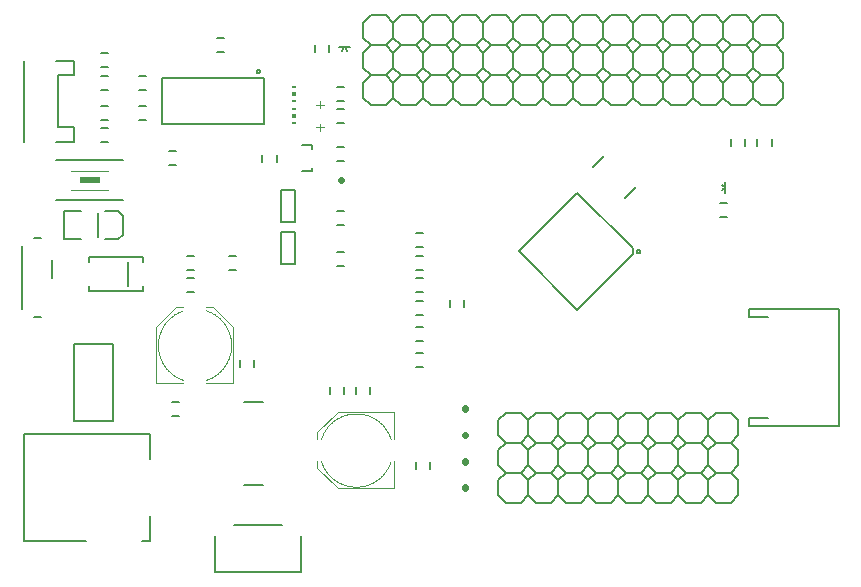
<source format=gto>
G75*
%MOIN*%
%OFA0B0*%
%FSLAX25Y25*%
%IPPOS*%
%LPD*%
%AMOC8*
5,1,8,0,0,1.08239X$1,22.5*
%
%ADD10C,0.00600*%
%ADD11C,0.02200*%
%ADD12C,0.00800*%
%ADD13C,0.00500*%
%ADD14C,0.00400*%
%ADD15C,0.00276*%
%ADD16R,0.07087X0.02362*%
%ADD17R,0.04331X0.02362*%
%ADD18C,0.00700*%
%ADD19C,0.00300*%
%ADD20R,0.01181X0.00591*%
%ADD21R,0.01181X0.01181*%
D10*
X0066319Y0060446D02*
X0068681Y0060446D01*
X0068681Y0065171D02*
X0066319Y0065171D01*
X0088888Y0076627D02*
X0088888Y0078990D01*
X0093612Y0078990D02*
X0093612Y0076627D01*
X0118888Y0070240D02*
X0118888Y0067877D01*
X0123612Y0067877D02*
X0123612Y0070240D01*
X0127638Y0070240D02*
X0127638Y0067877D01*
X0132362Y0067877D02*
X0132362Y0070240D01*
X0147569Y0076696D02*
X0149931Y0076696D01*
X0149931Y0081421D02*
X0147569Y0081421D01*
X0147569Y0085446D02*
X0149931Y0085446D01*
X0149931Y0090171D02*
X0147569Y0090171D01*
X0147569Y0094196D02*
X0149931Y0094196D01*
X0149931Y0098921D02*
X0147569Y0098921D01*
X0147569Y0101696D02*
X0149931Y0101696D01*
X0149931Y0106421D02*
X0147569Y0106421D01*
X0147569Y0109196D02*
X0149931Y0109196D01*
X0149931Y0113921D02*
X0147569Y0113921D01*
X0147569Y0116696D02*
X0149931Y0116696D01*
X0149931Y0121421D02*
X0147569Y0121421D01*
X0123681Y0124196D02*
X0121319Y0124196D01*
X0121319Y0128921D02*
X0123681Y0128921D01*
X0123681Y0115171D02*
X0121319Y0115171D01*
X0121319Y0110446D02*
X0123681Y0110446D01*
X0087431Y0109196D02*
X0085069Y0109196D01*
X0085069Y0113921D02*
X0087431Y0113921D01*
X0073681Y0113921D02*
X0071319Y0113921D01*
X0071319Y0109196D02*
X0073681Y0109196D01*
X0073681Y0106421D02*
X0071319Y0106421D01*
X0071319Y0101696D02*
X0073681Y0101696D01*
X0067431Y0144196D02*
X0065069Y0144196D01*
X0065069Y0148921D02*
X0067431Y0148921D01*
X0057431Y0159196D02*
X0055069Y0159196D01*
X0055069Y0163921D02*
X0057431Y0163921D01*
X0057431Y0169196D02*
X0055069Y0169196D01*
X0055069Y0173921D02*
X0057431Y0173921D01*
X0044931Y0173921D02*
X0042569Y0173921D01*
X0042569Y0176696D02*
X0044931Y0176696D01*
X0044931Y0181421D02*
X0042569Y0181421D01*
X0042569Y0169196D02*
X0044931Y0169196D01*
X0044931Y0163921D02*
X0042569Y0163921D01*
X0042569Y0159196D02*
X0044931Y0159196D01*
X0044931Y0156421D02*
X0042569Y0156421D01*
X0042569Y0151696D02*
X0044931Y0151696D01*
X0081319Y0181696D02*
X0083681Y0181696D01*
X0083681Y0186421D02*
X0081319Y0186421D01*
X0113888Y0183990D02*
X0113888Y0181627D01*
X0118612Y0181627D02*
X0118612Y0183990D01*
X0130000Y0181559D02*
X0130000Y0176559D01*
X0132500Y0174059D01*
X0137500Y0174059D01*
X0140000Y0176559D01*
X0140000Y0181559D01*
X0137500Y0184059D01*
X0140000Y0186559D01*
X0140000Y0191559D01*
X0137500Y0194059D01*
X0132500Y0194059D01*
X0130000Y0191559D01*
X0130000Y0186559D01*
X0132500Y0184059D01*
X0137500Y0184059D01*
X0140000Y0186559D02*
X0140000Y0191559D01*
X0142500Y0194059D01*
X0147500Y0194059D01*
X0150000Y0191559D01*
X0152500Y0194059D01*
X0157500Y0194059D01*
X0160000Y0191559D01*
X0160000Y0186559D01*
X0157500Y0184059D01*
X0160000Y0181559D01*
X0160000Y0176559D01*
X0157500Y0174059D01*
X0160000Y0171559D01*
X0160000Y0166559D01*
X0157500Y0164059D01*
X0152500Y0164059D01*
X0150000Y0166559D01*
X0150000Y0171559D01*
X0152500Y0174059D01*
X0150000Y0176559D01*
X0150000Y0181559D01*
X0152500Y0184059D01*
X0150000Y0186559D01*
X0150000Y0191559D01*
X0150000Y0186559D01*
X0147500Y0184059D01*
X0150000Y0181559D01*
X0150000Y0176559D01*
X0147500Y0174059D01*
X0150000Y0171559D01*
X0150000Y0166559D01*
X0147500Y0164059D01*
X0142500Y0164059D01*
X0140000Y0166559D01*
X0140000Y0171559D01*
X0137500Y0174059D01*
X0140000Y0176559D02*
X0140000Y0181559D01*
X0142500Y0184059D01*
X0140000Y0186559D01*
X0142500Y0184059D02*
X0147500Y0184059D01*
X0152500Y0184059D02*
X0157500Y0184059D01*
X0160000Y0186559D02*
X0160000Y0191559D01*
X0162500Y0194059D01*
X0167500Y0194059D01*
X0170000Y0191559D01*
X0170000Y0186559D01*
X0167500Y0184059D01*
X0170000Y0181559D01*
X0170000Y0176559D01*
X0167500Y0174059D01*
X0170000Y0171559D01*
X0170000Y0166559D01*
X0167500Y0164059D01*
X0162500Y0164059D01*
X0160000Y0166559D01*
X0160000Y0171559D01*
X0162500Y0174059D01*
X0160000Y0176559D01*
X0160000Y0181559D01*
X0162500Y0184059D01*
X0160000Y0186559D01*
X0162500Y0184059D02*
X0167500Y0184059D01*
X0170000Y0186559D02*
X0170000Y0191559D01*
X0172500Y0194059D01*
X0177500Y0194059D01*
X0180000Y0191559D01*
X0180000Y0186559D01*
X0177500Y0184059D01*
X0180000Y0181559D01*
X0180000Y0176559D01*
X0177500Y0174059D01*
X0180000Y0171559D01*
X0180000Y0166559D01*
X0177500Y0164059D01*
X0172500Y0164059D01*
X0170000Y0166559D01*
X0170000Y0171559D01*
X0172500Y0174059D01*
X0170000Y0176559D01*
X0170000Y0181559D01*
X0172500Y0184059D01*
X0170000Y0186559D01*
X0172500Y0184059D02*
X0177500Y0184059D01*
X0180000Y0186559D02*
X0180000Y0191559D01*
X0182500Y0194059D01*
X0187500Y0194059D01*
X0190000Y0191559D01*
X0190000Y0186559D01*
X0187500Y0184059D01*
X0190000Y0181559D01*
X0190000Y0176559D01*
X0187500Y0174059D01*
X0190000Y0171559D01*
X0190000Y0166559D01*
X0187500Y0164059D01*
X0182500Y0164059D01*
X0180000Y0166559D01*
X0180000Y0171559D01*
X0182500Y0174059D01*
X0180000Y0176559D01*
X0180000Y0181559D01*
X0182500Y0184059D01*
X0180000Y0186559D01*
X0182500Y0184059D02*
X0187500Y0184059D01*
X0190000Y0186559D02*
X0190000Y0191559D01*
X0192500Y0194059D01*
X0197500Y0194059D01*
X0200000Y0191559D01*
X0202500Y0194059D01*
X0207500Y0194059D01*
X0210000Y0191559D01*
X0210000Y0186559D01*
X0207500Y0184059D01*
X0210000Y0181559D01*
X0210000Y0176559D01*
X0207500Y0174059D01*
X0210000Y0171559D01*
X0210000Y0166559D01*
X0207500Y0164059D01*
X0202500Y0164059D01*
X0200000Y0166559D01*
X0200000Y0171559D01*
X0202500Y0174059D01*
X0200000Y0176559D01*
X0200000Y0181559D01*
X0202500Y0184059D01*
X0200000Y0186559D01*
X0200000Y0191559D01*
X0200000Y0186559D01*
X0197500Y0184059D01*
X0200000Y0181559D01*
X0200000Y0176559D01*
X0197500Y0174059D01*
X0200000Y0171559D01*
X0200000Y0166559D01*
X0197500Y0164059D01*
X0192500Y0164059D01*
X0190000Y0166559D01*
X0190000Y0171559D01*
X0192500Y0174059D01*
X0190000Y0176559D01*
X0190000Y0181559D01*
X0192500Y0184059D01*
X0190000Y0186559D01*
X0192500Y0184059D02*
X0197500Y0184059D01*
X0202500Y0184059D02*
X0207500Y0184059D01*
X0210000Y0186559D02*
X0210000Y0191559D01*
X0212500Y0194059D01*
X0217500Y0194059D01*
X0220000Y0191559D01*
X0220000Y0186559D01*
X0217500Y0184059D01*
X0220000Y0181559D01*
X0220000Y0176559D01*
X0217500Y0174059D01*
X0220000Y0171559D01*
X0220000Y0166559D01*
X0217500Y0164059D01*
X0212500Y0164059D01*
X0210000Y0166559D01*
X0210000Y0171559D01*
X0212500Y0174059D01*
X0210000Y0176559D01*
X0210000Y0181559D01*
X0212500Y0184059D01*
X0210000Y0186559D01*
X0212500Y0184059D02*
X0217500Y0184059D01*
X0220000Y0186559D02*
X0220000Y0191559D01*
X0222500Y0194059D01*
X0227500Y0194059D01*
X0230000Y0191559D01*
X0230000Y0186559D01*
X0227500Y0184059D01*
X0230000Y0181559D01*
X0230000Y0176559D01*
X0227500Y0174059D01*
X0230000Y0171559D01*
X0230000Y0166559D01*
X0227500Y0164059D01*
X0222500Y0164059D01*
X0220000Y0166559D01*
X0220000Y0171559D01*
X0222500Y0174059D01*
X0220000Y0176559D01*
X0220000Y0181559D01*
X0222500Y0184059D01*
X0220000Y0186559D01*
X0222500Y0184059D02*
X0227500Y0184059D01*
X0230000Y0186559D02*
X0230000Y0191559D01*
X0232500Y0194059D01*
X0237500Y0194059D01*
X0240000Y0191559D01*
X0240000Y0186559D01*
X0237500Y0184059D01*
X0240000Y0181559D01*
X0240000Y0176559D01*
X0237500Y0174059D01*
X0240000Y0171559D01*
X0240000Y0166559D01*
X0237500Y0164059D01*
X0232500Y0164059D01*
X0230000Y0166559D01*
X0230000Y0171559D01*
X0232500Y0174059D01*
X0230000Y0176559D01*
X0230000Y0181559D01*
X0232500Y0184059D01*
X0230000Y0186559D01*
X0232500Y0184059D02*
X0237500Y0184059D01*
X0240000Y0186559D02*
X0240000Y0191559D01*
X0242500Y0194059D01*
X0247500Y0194059D01*
X0250000Y0191559D01*
X0252500Y0194059D01*
X0257500Y0194059D01*
X0260000Y0191559D01*
X0260000Y0186559D01*
X0257500Y0184059D01*
X0260000Y0181559D01*
X0260000Y0176559D01*
X0257500Y0174059D01*
X0260000Y0171559D01*
X0260000Y0166559D01*
X0257500Y0164059D01*
X0252500Y0164059D01*
X0250000Y0166559D01*
X0250000Y0171559D01*
X0252500Y0174059D01*
X0250000Y0176559D01*
X0250000Y0181559D01*
X0252500Y0184059D01*
X0250000Y0186559D01*
X0250000Y0191559D01*
X0250000Y0186559D01*
X0247500Y0184059D01*
X0250000Y0181559D01*
X0250000Y0176559D01*
X0247500Y0174059D01*
X0250000Y0171559D01*
X0250000Y0166559D01*
X0247500Y0164059D01*
X0242500Y0164059D01*
X0240000Y0166559D01*
X0240000Y0171559D01*
X0242500Y0174059D01*
X0240000Y0176559D01*
X0240000Y0181559D01*
X0242500Y0184059D01*
X0240000Y0186559D01*
X0242500Y0184059D02*
X0247500Y0184059D01*
X0252500Y0184059D02*
X0257500Y0184059D01*
X0260000Y0186559D02*
X0260000Y0191559D01*
X0262500Y0194059D01*
X0267500Y0194059D01*
X0270000Y0191559D01*
X0270000Y0186559D01*
X0267500Y0184059D01*
X0270000Y0181559D01*
X0270000Y0176559D01*
X0267500Y0174059D01*
X0270000Y0171559D01*
X0270000Y0166559D01*
X0267500Y0164059D01*
X0262500Y0164059D01*
X0260000Y0166559D01*
X0260000Y0171559D01*
X0262500Y0174059D01*
X0260000Y0176559D01*
X0260000Y0181559D01*
X0262500Y0184059D01*
X0260000Y0186559D01*
X0262500Y0184059D02*
X0267500Y0184059D01*
X0267500Y0174059D02*
X0262500Y0174059D01*
X0257500Y0174059D02*
X0252500Y0174059D01*
X0247500Y0174059D02*
X0242500Y0174059D01*
X0237500Y0174059D02*
X0232500Y0174059D01*
X0227500Y0174059D02*
X0222500Y0174059D01*
X0217500Y0174059D02*
X0212500Y0174059D01*
X0207500Y0174059D02*
X0202500Y0174059D01*
X0197500Y0174059D02*
X0192500Y0174059D01*
X0187500Y0174059D02*
X0182500Y0174059D01*
X0177500Y0174059D02*
X0172500Y0174059D01*
X0167500Y0174059D02*
X0162500Y0174059D01*
X0157500Y0174059D02*
X0152500Y0174059D01*
X0147500Y0174059D02*
X0142500Y0174059D01*
X0140000Y0176559D01*
X0142500Y0174059D02*
X0140000Y0171559D01*
X0140000Y0166559D01*
X0137500Y0164059D01*
X0132500Y0164059D01*
X0130000Y0166559D01*
X0130000Y0171559D01*
X0132500Y0174059D01*
X0123681Y0170171D02*
X0121319Y0170171D01*
X0121319Y0165446D02*
X0123681Y0165446D01*
X0123681Y0162671D02*
X0121319Y0162671D01*
X0121319Y0157946D02*
X0123681Y0157946D01*
X0123681Y0150171D02*
X0121319Y0150171D01*
X0121319Y0145446D02*
X0123681Y0145446D01*
X0101112Y0145127D02*
X0101112Y0147490D01*
X0096388Y0147490D02*
X0096388Y0145127D01*
X0130000Y0181559D02*
X0132500Y0184059D01*
X0158888Y0098990D02*
X0158888Y0096627D01*
X0163612Y0096627D02*
X0163612Y0098990D01*
X0177500Y0061559D02*
X0175000Y0059059D01*
X0175000Y0054059D01*
X0177500Y0051559D01*
X0175000Y0049059D01*
X0175000Y0044059D01*
X0177500Y0041559D01*
X0175000Y0039059D01*
X0175000Y0034059D01*
X0177500Y0031559D01*
X0182500Y0031559D01*
X0185000Y0034059D01*
X0185000Y0039059D01*
X0187500Y0041559D01*
X0185000Y0044059D01*
X0185000Y0049059D01*
X0187500Y0051559D01*
X0185000Y0054059D01*
X0185000Y0059059D01*
X0187500Y0061559D01*
X0192500Y0061559D01*
X0195000Y0059059D01*
X0195000Y0054059D01*
X0197500Y0051559D01*
X0195000Y0049059D01*
X0195000Y0044059D01*
X0197500Y0041559D01*
X0195000Y0039059D01*
X0195000Y0034059D01*
X0197500Y0031559D01*
X0202500Y0031559D01*
X0205000Y0034059D01*
X0205000Y0039059D01*
X0207500Y0041559D01*
X0205000Y0044059D01*
X0205000Y0049059D01*
X0207500Y0051559D01*
X0205000Y0054059D01*
X0205000Y0059059D01*
X0207500Y0061559D01*
X0212500Y0061559D01*
X0215000Y0059059D01*
X0215000Y0054059D01*
X0212500Y0051559D01*
X0215000Y0049059D01*
X0215000Y0044059D01*
X0212500Y0041559D01*
X0215000Y0039059D01*
X0215000Y0034059D01*
X0212500Y0031559D01*
X0207500Y0031559D01*
X0205000Y0034059D01*
X0205000Y0039059D01*
X0202500Y0041559D01*
X0197500Y0041559D01*
X0195000Y0044059D02*
X0192500Y0041559D01*
X0195000Y0039059D01*
X0195000Y0034059D01*
X0192500Y0031559D01*
X0187500Y0031559D01*
X0185000Y0034059D01*
X0185000Y0039059D01*
X0182500Y0041559D01*
X0177500Y0041559D01*
X0182500Y0041559D02*
X0185000Y0044059D01*
X0185000Y0049059D01*
X0182500Y0051559D01*
X0177500Y0051559D01*
X0182500Y0051559D02*
X0185000Y0054059D01*
X0185000Y0059059D01*
X0182500Y0061559D01*
X0177500Y0061559D01*
X0187500Y0051559D02*
X0192500Y0051559D01*
X0195000Y0049059D01*
X0195000Y0044059D01*
X0192500Y0041559D02*
X0187500Y0041559D01*
X0192500Y0051559D02*
X0195000Y0054059D01*
X0195000Y0059059D01*
X0197500Y0061559D01*
X0202500Y0061559D01*
X0205000Y0059059D01*
X0205000Y0054059D01*
X0202500Y0051559D01*
X0205000Y0049059D01*
X0205000Y0044059D01*
X0202500Y0041559D01*
X0207500Y0041559D02*
X0212500Y0041559D01*
X0215000Y0044059D02*
X0215000Y0049059D01*
X0217500Y0051559D01*
X0215000Y0054059D01*
X0215000Y0059059D01*
X0217500Y0061559D01*
X0222500Y0061559D01*
X0225000Y0059059D01*
X0225000Y0054059D01*
X0227500Y0051559D01*
X0225000Y0049059D01*
X0225000Y0044059D01*
X0227500Y0041559D01*
X0225000Y0039059D01*
X0225000Y0034059D01*
X0227500Y0031559D01*
X0232500Y0031559D01*
X0235000Y0034059D01*
X0235000Y0039059D01*
X0232500Y0041559D01*
X0227500Y0041559D01*
X0225000Y0044059D02*
X0222500Y0041559D01*
X0225000Y0039059D01*
X0225000Y0034059D01*
X0222500Y0031559D01*
X0217500Y0031559D01*
X0215000Y0034059D01*
X0215000Y0039059D01*
X0217500Y0041559D01*
X0215000Y0044059D01*
X0217500Y0041559D02*
X0222500Y0041559D01*
X0225000Y0044059D02*
X0225000Y0049059D01*
X0222500Y0051559D01*
X0217500Y0051559D01*
X0212500Y0051559D02*
X0207500Y0051559D01*
X0202500Y0051559D02*
X0197500Y0051559D01*
X0222500Y0051559D02*
X0225000Y0054059D01*
X0225000Y0059059D01*
X0227500Y0061559D01*
X0232500Y0061559D01*
X0235000Y0059059D01*
X0235000Y0054059D01*
X0232500Y0051559D01*
X0235000Y0049059D01*
X0235000Y0044059D01*
X0232500Y0041559D01*
X0235000Y0044059D02*
X0235000Y0049059D01*
X0237500Y0051559D01*
X0235000Y0054059D01*
X0235000Y0059059D01*
X0237500Y0061559D01*
X0242500Y0061559D01*
X0245000Y0059059D01*
X0245000Y0054059D01*
X0242500Y0051559D01*
X0245000Y0049059D01*
X0245000Y0044059D01*
X0242500Y0041559D01*
X0245000Y0039059D01*
X0245000Y0034059D01*
X0242500Y0031559D01*
X0237500Y0031559D01*
X0235000Y0034059D01*
X0235000Y0039059D01*
X0237500Y0041559D01*
X0235000Y0044059D01*
X0237500Y0041559D02*
X0242500Y0041559D01*
X0245000Y0044059D02*
X0245000Y0049059D01*
X0247500Y0051559D01*
X0245000Y0054059D01*
X0245000Y0059059D01*
X0247500Y0061559D01*
X0252500Y0061559D01*
X0255000Y0059059D01*
X0255000Y0054059D01*
X0252500Y0051559D01*
X0255000Y0049059D01*
X0255000Y0044059D01*
X0252500Y0041559D01*
X0255000Y0039059D01*
X0255000Y0034059D01*
X0252500Y0031559D01*
X0247500Y0031559D01*
X0245000Y0034059D01*
X0245000Y0039059D01*
X0247500Y0041559D01*
X0245000Y0044059D01*
X0247500Y0041559D02*
X0252500Y0041559D01*
X0252500Y0051559D02*
X0247500Y0051559D01*
X0242500Y0051559D02*
X0237500Y0051559D01*
X0232500Y0051559D02*
X0227500Y0051559D01*
X0152362Y0045240D02*
X0152362Y0042877D01*
X0147638Y0042877D02*
X0147638Y0045240D01*
X0248819Y0126696D02*
X0251181Y0126696D01*
X0251181Y0131421D02*
X0248819Y0131421D01*
X0252638Y0150377D02*
X0252638Y0152740D01*
X0257362Y0152740D02*
X0257362Y0150377D01*
X0261388Y0150377D02*
X0261388Y0152740D01*
X0266112Y0152740D02*
X0266112Y0150377D01*
D11*
X0163750Y0062929D02*
X0163750Y0062688D01*
X0163750Y0054179D02*
X0163750Y0053938D01*
X0163750Y0045429D02*
X0163750Y0045188D01*
X0163750Y0036679D02*
X0163750Y0036438D01*
X0122500Y0138938D02*
X0122500Y0139179D01*
D12*
X0016811Y0054275D02*
X0016811Y0018842D01*
X0037677Y0018842D01*
X0056181Y0018842D02*
X0058937Y0018842D01*
X0058937Y0027110D01*
X0080566Y0020298D02*
X0080566Y0008487D01*
X0109306Y0008487D01*
X0109306Y0020298D01*
X0102810Y0024235D02*
X0087062Y0024235D01*
X0058937Y0046007D02*
X0058937Y0054275D01*
X0016811Y0054275D01*
X0033500Y0058659D02*
X0033500Y0084459D01*
X0046500Y0084459D01*
X0046500Y0058659D01*
X0033500Y0058659D01*
X0022431Y0093370D02*
X0020069Y0093370D01*
X0016132Y0095929D02*
X0016132Y0117188D01*
X0020069Y0119748D02*
X0022431Y0119748D01*
X0030157Y0119334D02*
X0030157Y0128783D01*
X0036063Y0128783D01*
X0043937Y0128783D02*
X0048268Y0128783D01*
X0049843Y0127208D01*
X0049843Y0120909D01*
X0048268Y0119334D01*
X0043937Y0119334D01*
X0036063Y0119334D02*
X0030157Y0119334D01*
X0026368Y0112464D02*
X0026368Y0106559D01*
X0038445Y0103872D02*
X0038445Y0102100D01*
X0056555Y0102100D01*
X0056555Y0103872D01*
X0051437Y0103872D02*
X0051437Y0111746D01*
X0056555Y0111746D02*
X0056555Y0113517D01*
X0038445Y0113517D01*
X0038445Y0111746D01*
X0033720Y0151923D02*
X0027421Y0151923D01*
X0028209Y0156647D02*
X0033720Y0156647D01*
X0033720Y0151923D01*
X0028209Y0156647D02*
X0028209Y0173970D01*
X0033720Y0173970D01*
X0033720Y0178694D01*
X0027421Y0178694D01*
X0016791Y0178694D02*
X0016791Y0151923D01*
X0062950Y0157609D02*
X0097050Y0157609D01*
X0097050Y0173009D01*
X0062950Y0173009D01*
X0062950Y0157609D01*
X0094490Y0175309D02*
X0094492Y0175354D01*
X0094498Y0175399D01*
X0094508Y0175443D01*
X0094522Y0175486D01*
X0094539Y0175527D01*
X0094560Y0175567D01*
X0094585Y0175605D01*
X0094613Y0175641D01*
X0094643Y0175674D01*
X0094677Y0175704D01*
X0094713Y0175731D01*
X0094752Y0175754D01*
X0094792Y0175775D01*
X0094834Y0175791D01*
X0094877Y0175804D01*
X0094921Y0175813D01*
X0094966Y0175818D01*
X0095011Y0175819D01*
X0095056Y0175816D01*
X0095101Y0175809D01*
X0095145Y0175798D01*
X0095187Y0175783D01*
X0095229Y0175765D01*
X0095268Y0175743D01*
X0095305Y0175718D01*
X0095340Y0175689D01*
X0095372Y0175657D01*
X0095402Y0175623D01*
X0095428Y0175586D01*
X0095451Y0175548D01*
X0095470Y0175507D01*
X0095486Y0175464D01*
X0095498Y0175421D01*
X0095506Y0175377D01*
X0095510Y0175332D01*
X0095510Y0175286D01*
X0095506Y0175241D01*
X0095498Y0175197D01*
X0095486Y0175154D01*
X0095470Y0175111D01*
X0095451Y0175070D01*
X0095428Y0175032D01*
X0095402Y0174995D01*
X0095372Y0174961D01*
X0095340Y0174929D01*
X0095305Y0174900D01*
X0095268Y0174875D01*
X0095229Y0174853D01*
X0095187Y0174835D01*
X0095145Y0174820D01*
X0095101Y0174809D01*
X0095056Y0174802D01*
X0095011Y0174799D01*
X0094966Y0174800D01*
X0094921Y0174805D01*
X0094877Y0174814D01*
X0094834Y0174827D01*
X0094792Y0174843D01*
X0094752Y0174864D01*
X0094713Y0174887D01*
X0094677Y0174914D01*
X0094643Y0174944D01*
X0094613Y0174977D01*
X0094585Y0175013D01*
X0094560Y0175051D01*
X0094539Y0175091D01*
X0094522Y0175132D01*
X0094508Y0175175D01*
X0094498Y0175219D01*
X0094492Y0175264D01*
X0094490Y0175309D01*
X0121939Y0183478D02*
X0123750Y0183478D01*
X0124670Y0182257D01*
X0125561Y0183478D02*
X0123750Y0183478D01*
X0123650Y0183417D02*
X0122890Y0182257D01*
X0112756Y0150639D02*
X0109606Y0150639D01*
X0112756Y0150639D02*
X0112756Y0149458D01*
X0112756Y0143159D02*
X0112756Y0141978D01*
X0109606Y0141978D01*
X0107374Y0135631D02*
X0102626Y0135631D01*
X0102626Y0124986D01*
X0107374Y0124986D01*
X0107374Y0135631D01*
X0107374Y0121881D02*
X0102626Y0121881D01*
X0102626Y0111236D01*
X0107374Y0111236D01*
X0107374Y0121881D01*
X0181735Y0115309D02*
X0201250Y0134824D01*
X0219777Y0116297D01*
X0219777Y0114320D01*
X0201250Y0095793D01*
X0181735Y0115309D01*
X0217142Y0132991D02*
X0220761Y0136610D01*
X0210322Y0147049D02*
X0206703Y0143430D01*
X0221085Y0115238D02*
X0221087Y0115287D01*
X0221093Y0115335D01*
X0221103Y0115383D01*
X0221117Y0115430D01*
X0221134Y0115476D01*
X0221155Y0115520D01*
X0221180Y0115562D01*
X0221208Y0115602D01*
X0221240Y0115640D01*
X0221274Y0115675D01*
X0221311Y0115707D01*
X0221350Y0115736D01*
X0221392Y0115762D01*
X0221436Y0115784D01*
X0221481Y0115802D01*
X0221528Y0115817D01*
X0221575Y0115828D01*
X0221624Y0115835D01*
X0221673Y0115838D01*
X0221722Y0115837D01*
X0221770Y0115832D01*
X0221819Y0115823D01*
X0221866Y0115810D01*
X0221912Y0115793D01*
X0221956Y0115773D01*
X0221999Y0115749D01*
X0222040Y0115722D01*
X0222078Y0115691D01*
X0222114Y0115658D01*
X0222146Y0115622D01*
X0222176Y0115583D01*
X0222203Y0115542D01*
X0222226Y0115498D01*
X0222245Y0115453D01*
X0222261Y0115407D01*
X0222273Y0115360D01*
X0222281Y0115311D01*
X0222285Y0115262D01*
X0222285Y0115214D01*
X0222281Y0115165D01*
X0222273Y0115116D01*
X0222261Y0115069D01*
X0222245Y0115023D01*
X0222226Y0114978D01*
X0222203Y0114934D01*
X0222176Y0114893D01*
X0222146Y0114854D01*
X0222114Y0114818D01*
X0222078Y0114785D01*
X0222040Y0114754D01*
X0221999Y0114727D01*
X0221956Y0114703D01*
X0221912Y0114683D01*
X0221866Y0114666D01*
X0221819Y0114653D01*
X0221770Y0114644D01*
X0221722Y0114639D01*
X0221673Y0114638D01*
X0221624Y0114641D01*
X0221575Y0114648D01*
X0221528Y0114659D01*
X0221481Y0114674D01*
X0221436Y0114692D01*
X0221392Y0114714D01*
X0221350Y0114740D01*
X0221311Y0114769D01*
X0221274Y0114801D01*
X0221240Y0114836D01*
X0221208Y0114874D01*
X0221180Y0114914D01*
X0221155Y0114956D01*
X0221134Y0115000D01*
X0221117Y0115046D01*
X0221103Y0115093D01*
X0221093Y0115141D01*
X0221087Y0115189D01*
X0221085Y0115238D01*
X0249449Y0135638D02*
X0250669Y0136559D01*
X0250669Y0138370D01*
X0249449Y0137418D02*
X0250609Y0136659D01*
X0250669Y0136559D02*
X0250669Y0134748D01*
X0258701Y0096047D02*
X0258701Y0093488D01*
X0265000Y0093488D01*
X0258701Y0096047D02*
X0288622Y0096047D01*
X0288622Y0057070D01*
X0258701Y0057070D01*
X0258701Y0059629D01*
X0265000Y0059629D01*
D13*
X0049775Y0132321D02*
X0027725Y0132321D01*
X0041500Y0128059D02*
X0041500Y0120059D01*
X0049775Y0145796D02*
X0027725Y0145796D01*
D14*
X0067648Y0096854D02*
X0070010Y0096854D01*
X0067648Y0096854D02*
X0060955Y0090161D01*
X0060955Y0071263D01*
X0070010Y0071263D01*
X0077490Y0071263D02*
X0086545Y0071263D01*
X0086545Y0090161D01*
X0079852Y0096854D01*
X0077490Y0096854D01*
X0070010Y0095674D02*
X0069727Y0095579D01*
X0069446Y0095477D01*
X0069169Y0095368D01*
X0068893Y0095253D01*
X0068621Y0095131D01*
X0068352Y0095002D01*
X0068086Y0094867D01*
X0067824Y0094725D01*
X0067565Y0094577D01*
X0067309Y0094423D01*
X0067058Y0094262D01*
X0066810Y0094095D01*
X0066567Y0093923D01*
X0066328Y0093744D01*
X0066093Y0093560D01*
X0065863Y0093370D01*
X0065638Y0093174D01*
X0065418Y0092973D01*
X0065202Y0092767D01*
X0064992Y0092555D01*
X0064787Y0092339D01*
X0064587Y0092117D01*
X0064393Y0091890D01*
X0064204Y0091659D01*
X0064021Y0091424D01*
X0063844Y0091184D01*
X0063673Y0090939D01*
X0063508Y0090691D01*
X0063349Y0090438D01*
X0063196Y0090182D01*
X0063049Y0089922D01*
X0062909Y0089659D01*
X0062775Y0089392D01*
X0062648Y0089122D01*
X0062528Y0088849D01*
X0062414Y0088574D01*
X0062307Y0088295D01*
X0062207Y0088014D01*
X0062114Y0087731D01*
X0062027Y0087445D01*
X0061948Y0087157D01*
X0061876Y0086868D01*
X0061811Y0086577D01*
X0061753Y0086284D01*
X0061702Y0085990D01*
X0061658Y0085695D01*
X0061622Y0085399D01*
X0061593Y0085102D01*
X0061571Y0084804D01*
X0061556Y0084506D01*
X0061549Y0084208D01*
X0061549Y0083910D01*
X0061556Y0083612D01*
X0061571Y0083314D01*
X0061593Y0083016D01*
X0061622Y0082719D01*
X0061658Y0082423D01*
X0061702Y0082128D01*
X0061753Y0081834D01*
X0061811Y0081541D01*
X0061876Y0081250D01*
X0061948Y0080961D01*
X0062027Y0080673D01*
X0062114Y0080387D01*
X0062207Y0080104D01*
X0062307Y0079823D01*
X0062414Y0079544D01*
X0062528Y0079269D01*
X0062648Y0078996D01*
X0062775Y0078726D01*
X0062909Y0078459D01*
X0063049Y0078196D01*
X0063196Y0077936D01*
X0063349Y0077680D01*
X0063508Y0077427D01*
X0063673Y0077179D01*
X0063844Y0076934D01*
X0064021Y0076694D01*
X0064204Y0076459D01*
X0064393Y0076228D01*
X0064587Y0076001D01*
X0064787Y0075779D01*
X0064992Y0075563D01*
X0065202Y0075351D01*
X0065418Y0075145D01*
X0065638Y0074944D01*
X0065863Y0074748D01*
X0066093Y0074558D01*
X0066328Y0074374D01*
X0066567Y0074195D01*
X0066810Y0074023D01*
X0067058Y0073856D01*
X0067309Y0073695D01*
X0067565Y0073541D01*
X0067824Y0073393D01*
X0068086Y0073251D01*
X0068352Y0073116D01*
X0068621Y0072987D01*
X0068893Y0072865D01*
X0069169Y0072750D01*
X0069446Y0072641D01*
X0069727Y0072539D01*
X0070010Y0072444D01*
X0077490Y0072444D02*
X0077773Y0072539D01*
X0078054Y0072641D01*
X0078331Y0072750D01*
X0078607Y0072865D01*
X0078879Y0072987D01*
X0079148Y0073116D01*
X0079414Y0073251D01*
X0079676Y0073393D01*
X0079935Y0073541D01*
X0080191Y0073695D01*
X0080442Y0073856D01*
X0080690Y0074023D01*
X0080933Y0074195D01*
X0081172Y0074374D01*
X0081407Y0074558D01*
X0081637Y0074748D01*
X0081862Y0074944D01*
X0082082Y0075145D01*
X0082298Y0075351D01*
X0082508Y0075563D01*
X0082713Y0075779D01*
X0082913Y0076001D01*
X0083107Y0076228D01*
X0083296Y0076459D01*
X0083479Y0076694D01*
X0083656Y0076934D01*
X0083827Y0077179D01*
X0083992Y0077427D01*
X0084151Y0077680D01*
X0084304Y0077936D01*
X0084451Y0078196D01*
X0084591Y0078459D01*
X0084725Y0078726D01*
X0084852Y0078996D01*
X0084972Y0079269D01*
X0085086Y0079544D01*
X0085193Y0079823D01*
X0085293Y0080104D01*
X0085386Y0080387D01*
X0085473Y0080673D01*
X0085552Y0080961D01*
X0085624Y0081250D01*
X0085689Y0081541D01*
X0085747Y0081834D01*
X0085798Y0082128D01*
X0085842Y0082423D01*
X0085878Y0082719D01*
X0085907Y0083016D01*
X0085929Y0083314D01*
X0085944Y0083612D01*
X0085951Y0083910D01*
X0085951Y0084208D01*
X0085944Y0084506D01*
X0085929Y0084804D01*
X0085907Y0085102D01*
X0085878Y0085399D01*
X0085842Y0085695D01*
X0085798Y0085990D01*
X0085747Y0086284D01*
X0085689Y0086577D01*
X0085624Y0086868D01*
X0085552Y0087157D01*
X0085473Y0087445D01*
X0085386Y0087731D01*
X0085293Y0088014D01*
X0085193Y0088295D01*
X0085086Y0088574D01*
X0084972Y0088849D01*
X0084852Y0089122D01*
X0084725Y0089392D01*
X0084591Y0089659D01*
X0084451Y0089922D01*
X0084304Y0090182D01*
X0084151Y0090438D01*
X0083992Y0090691D01*
X0083827Y0090939D01*
X0083656Y0091184D01*
X0083479Y0091424D01*
X0083296Y0091659D01*
X0083107Y0091890D01*
X0082913Y0092117D01*
X0082713Y0092339D01*
X0082508Y0092555D01*
X0082298Y0092767D01*
X0082082Y0092973D01*
X0081862Y0093174D01*
X0081637Y0093370D01*
X0081407Y0093560D01*
X0081172Y0093744D01*
X0080933Y0093923D01*
X0080690Y0094095D01*
X0080442Y0094262D01*
X0080191Y0094423D01*
X0079935Y0094577D01*
X0079676Y0094725D01*
X0079414Y0094867D01*
X0079148Y0095002D01*
X0078879Y0095131D01*
X0078607Y0095253D01*
X0078331Y0095368D01*
X0078054Y0095477D01*
X0077773Y0095579D01*
X0077490Y0095674D01*
X0114705Y0055161D02*
X0121398Y0061854D01*
X0140295Y0061854D01*
X0140295Y0052799D01*
X0140295Y0045318D02*
X0140295Y0036263D01*
X0121398Y0036263D01*
X0114705Y0042956D01*
X0114705Y0045318D01*
X0114705Y0052799D02*
X0114705Y0055161D01*
X0115885Y0052799D02*
X0115980Y0053082D01*
X0116082Y0053363D01*
X0116191Y0053640D01*
X0116306Y0053916D01*
X0116428Y0054188D01*
X0116557Y0054457D01*
X0116692Y0054723D01*
X0116834Y0054985D01*
X0116982Y0055244D01*
X0117136Y0055500D01*
X0117297Y0055751D01*
X0117464Y0055999D01*
X0117636Y0056242D01*
X0117815Y0056481D01*
X0117999Y0056716D01*
X0118189Y0056946D01*
X0118385Y0057171D01*
X0118586Y0057391D01*
X0118792Y0057607D01*
X0119004Y0057817D01*
X0119220Y0058022D01*
X0119442Y0058222D01*
X0119669Y0058416D01*
X0119900Y0058605D01*
X0120135Y0058788D01*
X0120375Y0058965D01*
X0120620Y0059136D01*
X0120868Y0059301D01*
X0121121Y0059460D01*
X0121377Y0059613D01*
X0121637Y0059760D01*
X0121900Y0059900D01*
X0122167Y0060034D01*
X0122437Y0060161D01*
X0122710Y0060281D01*
X0122985Y0060395D01*
X0123264Y0060502D01*
X0123545Y0060602D01*
X0123828Y0060695D01*
X0124114Y0060782D01*
X0124402Y0060861D01*
X0124691Y0060933D01*
X0124982Y0060998D01*
X0125275Y0061056D01*
X0125569Y0061107D01*
X0125864Y0061151D01*
X0126160Y0061187D01*
X0126457Y0061216D01*
X0126755Y0061238D01*
X0127053Y0061253D01*
X0127351Y0061260D01*
X0127649Y0061260D01*
X0127947Y0061253D01*
X0128245Y0061238D01*
X0128543Y0061216D01*
X0128840Y0061187D01*
X0129136Y0061151D01*
X0129431Y0061107D01*
X0129725Y0061056D01*
X0130018Y0060998D01*
X0130309Y0060933D01*
X0130598Y0060861D01*
X0130886Y0060782D01*
X0131172Y0060695D01*
X0131455Y0060602D01*
X0131736Y0060502D01*
X0132015Y0060395D01*
X0132290Y0060281D01*
X0132563Y0060161D01*
X0132833Y0060034D01*
X0133100Y0059900D01*
X0133363Y0059760D01*
X0133623Y0059613D01*
X0133879Y0059460D01*
X0134132Y0059301D01*
X0134380Y0059136D01*
X0134625Y0058965D01*
X0134865Y0058788D01*
X0135100Y0058605D01*
X0135331Y0058416D01*
X0135558Y0058222D01*
X0135780Y0058022D01*
X0135996Y0057817D01*
X0136208Y0057607D01*
X0136414Y0057391D01*
X0136615Y0057171D01*
X0136811Y0056946D01*
X0137001Y0056716D01*
X0137185Y0056481D01*
X0137364Y0056242D01*
X0137536Y0055999D01*
X0137703Y0055751D01*
X0137864Y0055500D01*
X0138018Y0055244D01*
X0138166Y0054985D01*
X0138308Y0054723D01*
X0138443Y0054457D01*
X0138572Y0054188D01*
X0138694Y0053916D01*
X0138809Y0053640D01*
X0138918Y0053363D01*
X0139020Y0053082D01*
X0139115Y0052799D01*
X0139115Y0045319D02*
X0139020Y0045036D01*
X0138918Y0044755D01*
X0138809Y0044478D01*
X0138694Y0044202D01*
X0138572Y0043930D01*
X0138443Y0043661D01*
X0138308Y0043395D01*
X0138166Y0043133D01*
X0138018Y0042874D01*
X0137864Y0042618D01*
X0137703Y0042367D01*
X0137536Y0042119D01*
X0137364Y0041876D01*
X0137185Y0041637D01*
X0137001Y0041402D01*
X0136811Y0041172D01*
X0136615Y0040947D01*
X0136414Y0040727D01*
X0136208Y0040511D01*
X0135996Y0040301D01*
X0135780Y0040096D01*
X0135558Y0039896D01*
X0135331Y0039702D01*
X0135100Y0039513D01*
X0134865Y0039330D01*
X0134625Y0039153D01*
X0134380Y0038982D01*
X0134132Y0038817D01*
X0133879Y0038658D01*
X0133623Y0038505D01*
X0133363Y0038358D01*
X0133100Y0038218D01*
X0132833Y0038084D01*
X0132563Y0037957D01*
X0132290Y0037837D01*
X0132015Y0037723D01*
X0131736Y0037616D01*
X0131455Y0037516D01*
X0131172Y0037423D01*
X0130886Y0037336D01*
X0130598Y0037257D01*
X0130309Y0037185D01*
X0130018Y0037120D01*
X0129725Y0037062D01*
X0129431Y0037011D01*
X0129136Y0036967D01*
X0128840Y0036931D01*
X0128543Y0036902D01*
X0128245Y0036880D01*
X0127947Y0036865D01*
X0127649Y0036858D01*
X0127351Y0036858D01*
X0127053Y0036865D01*
X0126755Y0036880D01*
X0126457Y0036902D01*
X0126160Y0036931D01*
X0125864Y0036967D01*
X0125569Y0037011D01*
X0125275Y0037062D01*
X0124982Y0037120D01*
X0124691Y0037185D01*
X0124402Y0037257D01*
X0124114Y0037336D01*
X0123828Y0037423D01*
X0123545Y0037516D01*
X0123264Y0037616D01*
X0122985Y0037723D01*
X0122710Y0037837D01*
X0122437Y0037957D01*
X0122167Y0038084D01*
X0121900Y0038218D01*
X0121637Y0038358D01*
X0121377Y0038505D01*
X0121121Y0038658D01*
X0120868Y0038817D01*
X0120620Y0038982D01*
X0120375Y0039153D01*
X0120135Y0039330D01*
X0119900Y0039513D01*
X0119669Y0039702D01*
X0119442Y0039896D01*
X0119220Y0040096D01*
X0119004Y0040301D01*
X0118792Y0040511D01*
X0118586Y0040727D01*
X0118385Y0040947D01*
X0118189Y0041172D01*
X0117999Y0041402D01*
X0117815Y0041637D01*
X0117636Y0041876D01*
X0117464Y0042119D01*
X0117297Y0042367D01*
X0117136Y0042618D01*
X0116982Y0042874D01*
X0116834Y0043133D01*
X0116692Y0043395D01*
X0116557Y0043661D01*
X0116428Y0043930D01*
X0116306Y0044202D01*
X0116191Y0044478D01*
X0116082Y0044755D01*
X0115980Y0045036D01*
X0115885Y0045319D01*
D15*
X0045049Y0135909D02*
X0032451Y0135909D01*
X0032451Y0142208D02*
X0045049Y0142208D01*
D16*
X0038750Y0139059D03*
D17*
X0038553Y0139059D03*
D18*
X0090350Y0065088D02*
X0096650Y0065088D01*
X0096650Y0037529D02*
X0090350Y0037529D01*
D19*
X0115498Y0155459D02*
X0115498Y0157927D01*
X0114264Y0156693D02*
X0116733Y0156693D01*
X0115498Y0162959D02*
X0115498Y0165427D01*
X0114264Y0164193D02*
X0116733Y0164193D01*
D20*
X0106909Y0165446D03*
X0106909Y0162671D03*
X0106909Y0157946D03*
X0106909Y0170171D03*
D21*
X0106909Y0167809D03*
X0106909Y0160309D03*
M02*

</source>
